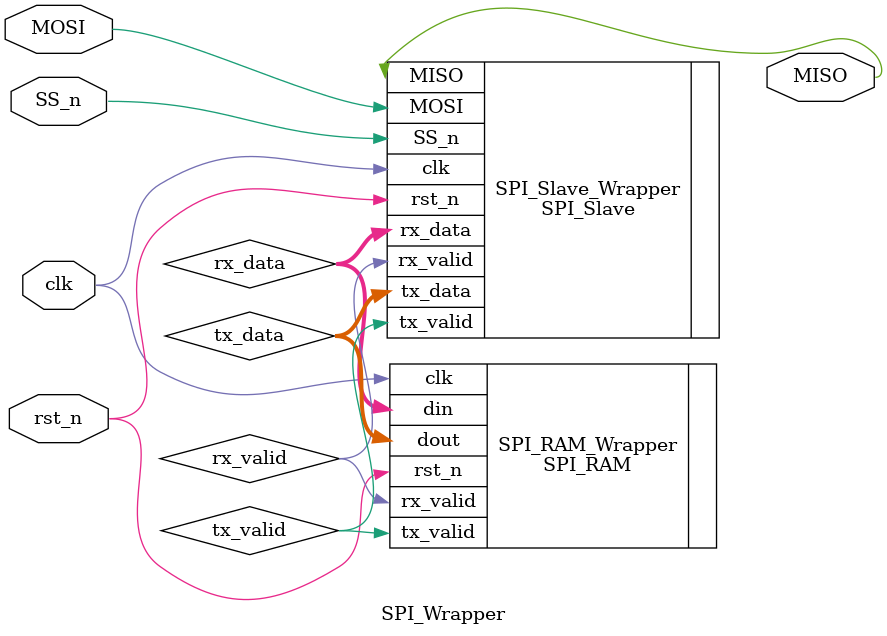
<source format=v>
module SPI_Wrapper #(parameter MEM_DEPTH = 256,parameter ADDER_SIZE = 8) (
    input wire clk,rst_n,
    input wire MOSI,
    input wire SS_n,
    output wire MISO
);
    wire [9:0] rx_data;
    wire rx_valid;
    wire [7:0] tx_data;
    wire tx_valid;

    SPI_Slave SPI_Slave_Wrapper(
        .clk(clk),
        .rst_n(rst_n),
        .MOSI(MOSI),
        .SS_n(SS_n),
        .tx_data(tx_data),
        .tx_valid(tx_valid),
        .MISO(MISO),
        .rx_data(rx_data),
        .rx_valid(rx_valid)
    );

    SPI_RAM SPI_RAM_Wrapper(
        .clk(clk),
        .rst_n(rst_n),
        .din(rx_data),
        .rx_valid(rx_valid),
        .dout(tx_data),
        .tx_valid(tx_valid)
    );
endmodule
</source>
